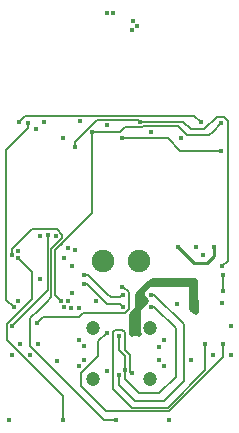
<source format=gbr>
%TF.GenerationSoftware,KiCad,Pcbnew,(6.0.4-0)*%
%TF.CreationDate,2022-12-11T03:25:18+01:00*%
%TF.ProjectId,Gigaset-Debug-Adapter,47696761-7365-4742-9d44-656275672d41,rev?*%
%TF.SameCoordinates,Original*%
%TF.FileFunction,Copper,L4,Bot*%
%TF.FilePolarity,Positive*%
%FSLAX46Y46*%
G04 Gerber Fmt 4.6, Leading zero omitted, Abs format (unit mm)*
G04 Created by KiCad (PCBNEW (6.0.4-0)) date 2022-12-11 03:25:18*
%MOMM*%
%LPD*%
G01*
G04 APERTURE LIST*
%TA.AperFunction,ComponentPad*%
%ADD10C,1.900000*%
%TD*%
%TA.AperFunction,ComponentPad*%
%ADD11C,1.200000*%
%TD*%
%TA.AperFunction,ViaPad*%
%ADD12C,0.450000*%
%TD*%
%TA.AperFunction,Conductor*%
%ADD13C,0.500000*%
%TD*%
%TA.AperFunction,Conductor*%
%ADD14C,0.254000*%
%TD*%
%TA.AperFunction,Conductor*%
%ADD15C,0.127000*%
%TD*%
G04 APERTURE END LIST*
D10*
%TO.P,TP2,1,1*%
%TO.N,/DECT_TX*%
X82542000Y-67599508D03*
%TD*%
%TO.P,TP1,1,1*%
%TO.N,/DECT_RX*%
X79494000Y-67599508D03*
%TD*%
D11*
%TO.P,J1,S1,SHIELD*%
%TO.N,Net-(C1-Pad2)*%
X78650000Y-77589660D03*
X83450000Y-77589660D03*
X83450000Y-73289660D03*
X78650000Y-73289660D03*
%TD*%
D12*
%TO.N,GND*%
X86050000Y-57250000D03*
X79790000Y-46600000D03*
X77450000Y-76550000D03*
X87980000Y-67170000D03*
X71500000Y-81100000D03*
X89570000Y-71200001D03*
X78842000Y-71000000D03*
X76150000Y-67400000D03*
X84200000Y-76040000D03*
X87310000Y-66430000D03*
X90300000Y-73100000D03*
X72450000Y-74700000D03*
X74100000Y-69150000D03*
X84200000Y-74890000D03*
X75600000Y-76100000D03*
X76850000Y-70350000D03*
X77450000Y-71650000D03*
X77900000Y-76000000D03*
X80320000Y-46600000D03*
X86900000Y-76000000D03*
X85750000Y-71300000D03*
X77900000Y-74850000D03*
X85100000Y-81100000D03*
X76050000Y-57200000D03*
X84650000Y-74340000D03*
X74100000Y-65550000D03*
X84650000Y-76540000D03*
X77100000Y-66700000D03*
X77450000Y-74350000D03*
%TO.N,VBUS*%
X83142000Y-71000000D03*
X75500000Y-65550000D03*
X82500000Y-73800000D03*
X87030000Y-71270000D03*
X71800000Y-75600000D03*
X79800000Y-76950000D03*
X76500000Y-71000000D03*
X87310000Y-71990000D03*
X77550000Y-55800000D03*
X87300000Y-69300000D03*
X73950000Y-74700000D03*
X81900000Y-73800000D03*
%TO.N,Net-(J1-PadA5)*%
X89650000Y-74700000D03*
X79800000Y-73700000D03*
%TO.N,/3V_EN*%
X82600000Y-55850000D03*
X89550000Y-68100000D03*
X77100000Y-58000000D03*
%TO.N,Net-(J1-PadB5)*%
X88150000Y-74700000D03*
X81900000Y-77150000D03*
%TO.N,Net-(C10-Pad2)*%
X88860000Y-66440000D03*
X85810000Y-66420000D03*
X82370000Y-47740000D03*
X81910000Y-48050000D03*
%TO.N,+3V0*%
X81980000Y-47280000D03*
X90300000Y-75600000D03*
%TO.N,+3V3*%
X88800000Y-75600000D03*
X73300000Y-75600000D03*
X76500000Y-66550000D03*
X76800000Y-71600000D03*
X73800000Y-56500000D03*
%TO.N,+1V8*%
X79800000Y-56150000D03*
X76850000Y-68050000D03*
X74500000Y-55900000D03*
X89500000Y-58300000D03*
X72300000Y-66800000D03*
X81050000Y-57250000D03*
X76200000Y-71550000D03*
%TO.N,Net-(U1-Pad14)*%
X80600000Y-81100000D03*
X71750000Y-67100000D03*
%TO.N,Net-(U1-Pad13)*%
X76100000Y-81100000D03*
X72300000Y-67400000D03*
%TO.N,Net-(U1-Pad19)*%
X83550000Y-56700000D03*
X72300000Y-71000000D03*
%TO.N,Net-(U1-Pad23)*%
X78550000Y-56700000D03*
X89500000Y-55950000D03*
X75900000Y-71000000D03*
%TO.N,Net-(R2-Pad1)*%
X74800000Y-65450000D03*
X71800000Y-73100000D03*
%TO.N,/D+*%
X81300000Y-76879660D03*
X80800000Y-73989660D03*
X83542000Y-71500000D03*
X81142000Y-71500000D03*
X77900000Y-69600000D03*
%TO.N,/D-*%
X77900000Y-68800000D03*
X83542000Y-70500000D03*
X80800000Y-77300000D03*
X81142000Y-70500000D03*
%TO.N,Net-(Q3-Pad1)*%
X72400000Y-55850000D03*
X87750000Y-55900000D03*
%TO.N,Net-(Q3-Pad3)*%
X71900000Y-71500000D03*
X73100000Y-55950000D03*
%TO.N,/DECT_TX*%
X73850000Y-72900000D03*
X81050000Y-69850000D03*
%TO.N,Net-(R17-Pad2)*%
X89600000Y-70160000D03*
X89600000Y-68780000D03*
%TD*%
D13*
%TO.N,VBUS*%
X87300000Y-69300000D02*
X83700000Y-69300000D01*
X82446000Y-71696000D02*
X82746000Y-71396000D01*
X87310000Y-71010000D02*
X87300000Y-71000000D01*
X83142000Y-71000000D02*
X82800000Y-71342000D01*
X87030000Y-71270000D02*
X87030000Y-69570000D01*
X87310000Y-71990000D02*
X87310000Y-71010000D01*
D14*
X81900000Y-73250000D02*
X81900000Y-72242000D01*
D13*
X87030000Y-71710000D02*
X87310000Y-71990000D01*
X82800000Y-70200000D02*
X82800000Y-70658000D01*
X83400000Y-69600000D02*
X82800000Y-70200000D01*
X82446000Y-70554000D02*
X82800000Y-70200000D01*
X87300000Y-69600000D02*
X83400000Y-69600000D01*
D14*
X82450000Y-73800000D02*
X81900000Y-73250000D01*
D13*
X82473000Y-71723000D02*
X82446000Y-71696000D01*
X87310000Y-71990000D02*
X87310000Y-71550000D01*
X82500000Y-73800000D02*
X82473000Y-73773000D01*
X83700000Y-69300000D02*
X83400000Y-69600000D01*
D14*
X81900000Y-73500000D02*
X81900000Y-73250000D01*
D13*
X82800000Y-70658000D02*
X82800000Y-71342000D01*
X81900000Y-72242000D02*
X82196000Y-71946000D01*
X87030000Y-71270000D02*
X87030000Y-71710000D01*
D14*
X82500000Y-73800000D02*
X82450000Y-73800000D01*
D13*
X82196000Y-71946000D02*
X82196000Y-73504000D01*
X82800000Y-70658000D02*
X83142000Y-71000000D01*
D14*
X81900000Y-73800000D02*
X81900000Y-73500000D01*
D13*
X81900000Y-72242000D02*
X81900000Y-73800000D01*
D14*
X82200000Y-73800000D02*
X82050000Y-73650000D01*
D13*
X87300000Y-71000000D02*
X87030000Y-71270000D01*
X87300000Y-69600000D02*
X87300000Y-71000000D01*
X82196000Y-71946000D02*
X82446000Y-71696000D01*
X87300000Y-69300000D02*
X87300000Y-69600000D01*
X87030000Y-69570000D02*
X87300000Y-69300000D01*
X82446000Y-71696000D02*
X82446000Y-70554000D01*
X87310000Y-71550000D02*
X87030000Y-71270000D01*
D14*
X82500000Y-73800000D02*
X82200000Y-73800000D01*
X82500000Y-73800000D02*
X81900000Y-73800000D01*
D13*
X82800000Y-71342000D02*
X82746000Y-71396000D01*
D14*
X82050000Y-73650000D02*
X81900000Y-73500000D01*
D13*
X82473000Y-73773000D02*
X82473000Y-71723000D01*
X82196000Y-73504000D02*
X82050000Y-73650000D01*
D15*
%TO.N,Net-(J1-PadA5)*%
X79750000Y-80350000D02*
X81800000Y-80350000D01*
X77600000Y-77100000D02*
X77600000Y-78200000D01*
X79050000Y-75650000D02*
X77600000Y-77100000D01*
X81800000Y-80350000D02*
X85050000Y-80350000D01*
X79050000Y-75350000D02*
X79050000Y-75650000D01*
X85050000Y-80350000D02*
X89650000Y-75750000D01*
X79050000Y-74450000D02*
X79800000Y-73700000D01*
X89650000Y-75750000D02*
X89650000Y-74700000D01*
X79050000Y-75350000D02*
X79050000Y-74450000D01*
X77600000Y-78200000D02*
X79750000Y-80350000D01*
%TO.N,/3V_EN*%
X78950000Y-55700000D02*
X82450000Y-55700000D01*
X89700000Y-55450000D02*
X90050000Y-55800000D01*
X86250000Y-55850000D02*
X86900000Y-56500000D01*
X77100000Y-57550000D02*
X78950000Y-55700000D01*
X82600000Y-55850000D02*
X86250000Y-55850000D01*
X77100000Y-58000000D02*
X77100000Y-57750000D01*
X88050000Y-56500000D02*
X89100000Y-55450000D01*
X86900000Y-56500000D02*
X88050000Y-56500000D01*
X90050000Y-55800000D02*
X90050000Y-67600000D01*
X82450000Y-55700000D02*
X82600000Y-55850000D01*
X90050000Y-67600000D02*
X89550000Y-68100000D01*
X77100000Y-57750000D02*
X77100000Y-57550000D01*
X89100000Y-55450000D02*
X89700000Y-55450000D01*
%TO.N,Net-(J1-PadB5)*%
X81300000Y-75150000D02*
X81750000Y-75600000D01*
X81300000Y-73650000D02*
X81300000Y-75150000D01*
X80300000Y-73650000D02*
X80500000Y-73450000D01*
X81750000Y-76750000D02*
X81750000Y-77000000D01*
X81750000Y-75600000D02*
X81750000Y-76750000D01*
X84950000Y-80050000D02*
X81900000Y-80050000D01*
X81100000Y-73450000D02*
X81300000Y-73650000D01*
X88150000Y-74700000D02*
X88150000Y-76850000D01*
X81900000Y-80050000D02*
X80300000Y-78450000D01*
X81750000Y-77000000D02*
X81900000Y-77150000D01*
X80300000Y-78450000D02*
X80300000Y-73650000D01*
X88150000Y-76850000D02*
X84950000Y-80050000D01*
X80500000Y-73450000D02*
X81100000Y-73450000D01*
D14*
%TO.N,Net-(C10-Pad2)*%
X87160000Y-67770000D02*
X88270000Y-67770000D01*
X88860000Y-66440000D02*
X88860000Y-67180000D01*
X85810000Y-66420000D02*
X87160000Y-67770000D01*
X88860000Y-67180000D02*
X88270000Y-67770000D01*
D15*
%TO.N,+1V8*%
X81050000Y-57250000D02*
X84980000Y-57250000D01*
X86030000Y-58300000D02*
X89500000Y-58300000D01*
X84980000Y-57250000D02*
X86030000Y-58300000D01*
%TO.N,Net-(U1-Pad14)*%
X79800000Y-81100000D02*
X80600000Y-81100000D01*
X73300000Y-74800000D02*
X79600000Y-81100000D01*
X79600000Y-81100000D02*
X79800000Y-81100000D01*
X71750000Y-66650000D02*
X72025000Y-66375000D01*
X74700000Y-71100000D02*
X74025000Y-71775000D01*
X74700000Y-71100000D02*
X75100000Y-70700000D01*
X75100000Y-66600000D02*
X75550000Y-66150000D01*
X75550000Y-66150000D02*
X76000000Y-65700000D01*
X75550000Y-64950000D02*
X76000000Y-65400000D01*
X72025000Y-66375000D02*
X73450000Y-64950000D01*
X73450000Y-64950000D02*
X74750000Y-64950000D01*
X74025000Y-71775000D02*
X73300000Y-72500000D01*
X75100000Y-70700000D02*
X75100000Y-66600000D01*
X76000000Y-65400000D02*
X76000000Y-65700000D01*
X74750000Y-64950000D02*
X75550000Y-64950000D01*
X73300000Y-72500000D02*
X73300000Y-74800000D01*
X71750000Y-67100000D02*
X71750000Y-66650000D01*
%TO.N,Net-(U1-Pad13)*%
X71350000Y-72950000D02*
X71350000Y-74350000D01*
X73450000Y-68550000D02*
X73450000Y-70850000D01*
X76100000Y-79100000D02*
X76100000Y-81100000D01*
X73450000Y-70850000D02*
X71350000Y-72950000D01*
X72300000Y-67400000D02*
X73450000Y-68550000D01*
X71350000Y-74350000D02*
X76100000Y-79100000D01*
%TO.N,Net-(U1-Pad23)*%
X76175000Y-65975000D02*
X78550000Y-63600000D01*
X75882500Y-66267500D02*
X76175000Y-65975000D01*
X79400000Y-56700000D02*
X80900000Y-56700000D01*
X78550000Y-63150000D02*
X78550000Y-56700000D01*
X78550000Y-56700000D02*
X79400000Y-56700000D01*
X86600000Y-57000000D02*
X88450000Y-57000000D01*
X75450000Y-70550000D02*
X75900000Y-71000000D01*
X80900000Y-56700000D02*
X81300000Y-56300000D01*
X85325000Y-56225000D02*
X85825000Y-56225000D01*
X85325000Y-56225000D02*
X82875000Y-56225000D01*
X76175000Y-65975000D02*
X75450000Y-66700000D01*
X85825000Y-56225000D02*
X86600000Y-57000000D01*
X75900000Y-71000000D02*
X75882500Y-70982500D01*
X88450000Y-57000000D02*
X88750000Y-56700000D01*
X78550000Y-63600000D02*
X78550000Y-63150000D01*
X75450000Y-66700000D02*
X75450000Y-70550000D01*
X88750000Y-56700000D02*
X89500000Y-55950000D01*
X82800000Y-56300000D02*
X82875000Y-56225000D01*
X81300000Y-56300000D02*
X82800000Y-56300000D01*
%TO.N,Net-(R2-Pad1)*%
X74800000Y-70100000D02*
X71800000Y-73100000D01*
X74800000Y-65450000D02*
X74800000Y-70100000D01*
%TO.N,/D+*%
X80800000Y-75199660D02*
X80800000Y-73989660D01*
X85617500Y-77417500D02*
X84235000Y-78800000D01*
X82500000Y-78800000D02*
X83600000Y-78800000D01*
X83800000Y-71500000D02*
X85617500Y-73317500D01*
X81300000Y-77600000D02*
X82500000Y-78800000D01*
X78142000Y-69600000D02*
X79842000Y-71300000D01*
X83900000Y-78800000D02*
X84100000Y-78800000D01*
X83600000Y-78800000D02*
X83900000Y-78800000D01*
X80942000Y-71300000D02*
X81142000Y-71500000D01*
X84235000Y-78800000D02*
X83600000Y-78800000D01*
X81300000Y-76879660D02*
X81300000Y-77600000D01*
X79842000Y-71300000D02*
X80942000Y-71300000D01*
X85617500Y-73317500D02*
X85617500Y-77417500D01*
X77900000Y-69600000D02*
X78142000Y-69600000D01*
X81300000Y-75699660D02*
X80800000Y-75199660D01*
X83542000Y-71500000D02*
X83800000Y-71500000D01*
X81300000Y-76879660D02*
X81300000Y-75699660D01*
%TO.N,/D-*%
X78242000Y-68800000D02*
X79842000Y-70400000D01*
X80142000Y-70700000D02*
X80942000Y-70700000D01*
X86300000Y-73000000D02*
X86300000Y-77800000D01*
X86300000Y-77800000D02*
X84600000Y-79500000D01*
X79842000Y-70400000D02*
X80142000Y-70700000D01*
X84600000Y-79500000D02*
X82200000Y-79500000D01*
X80800000Y-78100000D02*
X80800000Y-77300000D01*
X82200000Y-79500000D02*
X80800000Y-78100000D01*
X79842000Y-70400000D02*
X79942000Y-70500000D01*
X77900000Y-68800000D02*
X78242000Y-68800000D01*
X80942000Y-70700000D02*
X81142000Y-70500000D01*
X83800000Y-70500000D02*
X86300000Y-73000000D01*
X83542000Y-70500000D02*
X83800000Y-70500000D01*
%TO.N,Net-(Q3-Pad1)*%
X72900000Y-55350000D02*
X87200000Y-55350000D01*
X87200000Y-55350000D02*
X87750000Y-55900000D01*
X72400000Y-55850000D02*
X72900000Y-55350000D01*
%TO.N,Net-(Q3-Pad3)*%
X73100000Y-56400000D02*
X73100000Y-55950000D01*
X71900000Y-71500000D02*
X71300000Y-70900000D01*
X71300000Y-66500000D02*
X71300000Y-58200000D01*
X71300000Y-70900000D02*
X71300000Y-66500000D01*
X71300000Y-58200000D02*
X73100000Y-56400000D01*
%TO.N,/DECT_TX*%
X81650000Y-71700000D02*
X81300000Y-72050000D01*
X81050000Y-69850000D02*
X81200000Y-69850000D01*
X77450000Y-72350000D02*
X74400000Y-72350000D01*
X81300000Y-72050000D02*
X77750000Y-72050000D01*
X81650000Y-70300000D02*
X81650000Y-71700000D01*
X77750000Y-72050000D02*
X77450000Y-72350000D01*
X74400000Y-72350000D02*
X73850000Y-72900000D01*
X81200000Y-69850000D02*
X81650000Y-70300000D01*
%TO.N,Net-(R17-Pad2)*%
X89600000Y-68780000D02*
X89600000Y-70160000D01*
%TD*%
M02*

</source>
